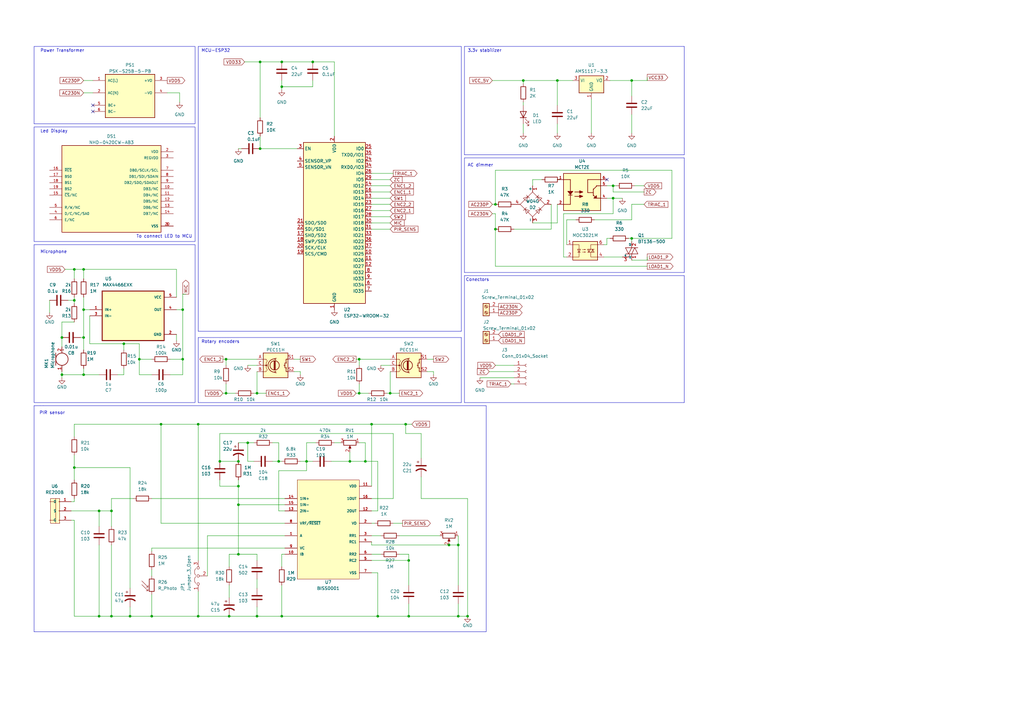
<source format=kicad_sch>
(kicad_sch (version 20230121) (generator eeschema)
  (paper "A3")
  (title_block (title "Home Light System"))
  (junction (at 259.08 97.79))
  (junction (at 106.68 25.4))
  (junction (at 45.72 209.55))
  (junction (at 160.02 161.29))
  (junction (at 154.94 252.73))
  (junction (at 34.29 110.49))
  (junction (at 149.86 189.23))
  (junction (at 93.98 252.73))
  (junction (at 97.79 199.39))
  (junction (at 90.17 189.23))
  (junction (at 34.29 127))
  (junction (at 167.64 229.87))
  (junction (at 147.32 161.29))
  (junction (at 81.28 252.73))
  (junction (at 40.64 209.55))
  (junction (at 105.41 252.73))
  (junction (at 251.46 76.2))
  (junction (at 25.4 138.43))
  (junction (at 34.29 138.43))
  (junction (at 30.48 191.77))
  (junction (at 187.96 252.73))
  (junction (at 101.6 181.61))
  (junction (at 114.3 189.23))
  (junction (at 143.51 189.23))
  (junction (at 259.08 33.02))
  (junction (at 92.71 147.32))
  (junction (at 115.57 252.73))
  (junction (at 81.28 173.99))
  (junction (at 203.2 93.98))
  (junction (at 34.29 153.67))
  (junction (at 53.34 252.73))
  (junction (at 184.15 223.52))
  (junction (at 97.79 189.23))
  (junction (at 74.93 127))
  (junction (at 57.15 147.32))
  (junction (at 167.64 252.73))
  (junction (at 214.63 33.02))
  (junction (at 191.77 252.73))
  (junction (at 166.37 173.99))
  (junction (at 115.57 25.4))
  (junction (at 228.6 33.02))
  (junction (at 115.57 35.56))
  (junction (at 97.79 207.01))
  (junction (at 105.41 161.29))
  (junction (at 25.4 153.67))
  (junction (at 62.23 252.73))
  (junction (at 74.93 147.32))
  (junction (at 152.4 173.99))
  (junction (at 30.48 123.19))
  (junction (at 203.2 83.82))
  (junction (at 66.04 173.99))
  (junction (at 147.32 147.32))
  (junction (at 40.64 252.73))
  (junction (at 92.71 161.29))
  (junction (at 251.46 81.28))
  (junction (at 125.73 189.23))
  (junction (at 187.96 223.52))
  (junction (at 128.27 25.4))
  (junction (at 45.72 252.73))
  (junction (at 106.68 60.96))
  (junction (at 97.79 227.33))
  (junction (at 30.48 110.49))
  (junction (at 50.8 140.97))
  (no_connect (at 38.1 43.18))
  (no_connect (at 248.92 73.66))
  (no_connect (at 38.1 45.72))
  (wire (pts (xy 30.48 132.08) (xy 25.4 132.08)))
  (wire (pts (xy 115.57 35.56) (xy 115.57 36.83)))
  (wire (pts (xy 123.19 152.4) (xy 123.19 153.67)))
  (wire (pts (xy 137.16 25.4) (xy 137.16 55.88)))
  (wire (pts (xy 111.76 189.23) (xy 114.3 189.23)))
  (wire (pts (xy 106.68 25.4) (xy 115.57 25.4)))
  (polyline (pts (xy 280.67 111.76) (xy 190.5 111.76)))
  (wire (pts (xy 26.67 110.49) (xy 30.48 110.49)))
  (wire (pts (xy 128.27 25.4) (xy 137.16 25.4)))
  (wire (pts (xy 232.41 100.33) (xy 232.41 90.17)))
  (wire (pts (xy 129.54 181.61) (xy 125.73 181.61)))
  (polyline (pts (xy 280.67 113.03) (xy 280.67 165.1)))
  (polyline (pts (xy 190.5 19.05) (xy 190.5 63.5)))
  (wire (pts (xy 203.2 87.63) (xy 203.2 93.98)))
  (wire (pts (xy 45.72 223.52) (xy 45.72 252.73)))
  (wire (pts (xy 85.09 219.71) (xy 116.84 219.71)))
  (wire (pts (xy 152.4 86.36) (xy 160.02 86.36)))
  (wire (pts (xy 172.72 195.58) (xy 172.72 204.47)))
  (wire (pts (xy 275.59 69.85) (xy 203.2 69.85)))
  (wire (pts (xy 152.4 91.44) (xy 160.02 91.44)))
  (wire (pts (xy 154.94 209.55) (xy 154.94 189.23)))
  (wire (pts (xy 228.6 50.8) (xy 228.6 54.61)))
  (polyline (pts (xy 190.5 113.03) (xy 190.5 165.1)))
  (wire (pts (xy 93.98 252.73) (xy 105.41 252.73)))
  (wire (pts (xy 30.48 114.3) (xy 30.48 110.49)))
  (wire (pts (xy 45.72 252.73) (xy 40.64 252.73)))
  (wire (pts (xy 152.4 73.66) (xy 160.02 73.66)))
  (polyline (pts (xy 190.5 19.05) (xy 280.67 19.05)))
  (wire (pts (xy 114.3 193.04) (xy 125.73 193.04)))
  (polyline (pts (xy 81.28 138.43) (xy 81.28 165.1)))
  (wire (pts (xy 203.2 93.98) (xy 203.2 109.22)))
  (wire (pts (xy 45.72 209.55) (xy 45.72 204.47)))
  (wire (pts (xy 152.4 227.33) (xy 156.21 227.33)))
  (wire (pts (xy 196.85 154.94) (xy 210.82 154.94)))
  (wire (pts (xy 105.41 237.49) (xy 105.41 241.3)))
  (wire (pts (xy 248.92 97.79) (xy 250.19 97.79)))
  (wire (pts (xy 146.05 161.29) (xy 147.32 161.29)))
  (polyline (pts (xy 189.23 138.43) (xy 189.23 165.1)))
  (wire (pts (xy 106.68 55.88) (xy 106.68 60.96)))
  (wire (pts (xy 115.57 33.02) (xy 115.57 35.56)))
  (wire (pts (xy 265.43 31.75) (xy 265.43 33.02)))
  (polyline (pts (xy 17.78 166.37) (xy 199.39 166.37)))
  (wire (pts (xy 62.23 204.47) (xy 116.84 204.47)))
  (polyline (pts (xy 13.97 259.08) (xy 199.39 259.08)))
  (wire (pts (xy 187.96 247.65) (xy 187.96 252.73)))
  (wire (pts (xy 152.4 81.28) (xy 160.02 81.28)))
  (wire (pts (xy 232.41 105.41) (xy 231.14 105.41)))
  (wire (pts (xy 34.29 153.67) (xy 40.64 153.67)))
  (wire (pts (xy 29.21 209.55) (xy 40.64 209.55)))
  (polyline (pts (xy 280.67 165.1) (xy 190.5 165.1)))
  (polyline (pts (xy 189.23 165.1) (xy 81.28 165.1)))
  (wire (pts (xy 73.66 38.1) (xy 73.66 41.91)))
  (wire (pts (xy 203.2 149.86) (xy 210.82 149.86)))
  (wire (pts (xy 147.32 147.32) (xy 147.32 149.86)))
  (wire (pts (xy 105.41 161.29) (xy 109.22 161.29)))
  (wire (pts (xy 36.83 129.54) (xy 36.83 140.97)))
  (wire (pts (xy 25.4 132.08) (xy 25.4 138.43)))
  (wire (pts (xy 161.29 204.47) (xy 161.29 177.8)))
  (wire (pts (xy 50.8 140.97) (xy 50.8 143.51)))
  (wire (pts (xy 40.64 252.73) (xy 30.48 252.73)))
  (wire (pts (xy 166.37 173.99) (xy 152.4 173.99)))
  (polyline (pts (xy 13.97 166.37) (xy 13.97 259.08)))
  (wire (pts (xy 251.46 78.74) (xy 251.46 76.2)))
  (wire (pts (xy 184.15 223.52) (xy 187.96 223.52)))
  (wire (pts (xy 251.46 87.63) (xy 251.46 81.28)))
  (wire (pts (xy 168.91 173.99) (xy 166.37 173.99)))
  (wire (pts (xy 30.48 205.74) (xy 30.48 204.47)))
  (wire (pts (xy 74.93 120.65) (xy 74.93 127)))
  (wire (pts (xy 120.65 147.32) (xy 123.19 147.32)))
  (wire (pts (xy 152.4 76.2) (xy 160.02 76.2)))
  (wire (pts (xy 72.39 110.49) (xy 72.39 121.92)))
  (wire (pts (xy 161.29 71.12) (xy 152.4 71.12)))
  (wire (pts (xy 149.86 189.23) (xy 143.51 189.23)))
  (wire (pts (xy 259.08 106.68) (xy 265.43 106.68)))
  (wire (pts (xy 228.6 91.44) (xy 218.44 91.44)))
  (wire (pts (xy 111.76 181.61) (xy 114.3 181.61)))
  (wire (pts (xy 62.23 233.68) (xy 62.23 236.22)))
  (wire (pts (xy 149.86 181.61) (xy 149.86 189.23)))
  (wire (pts (xy 53.34 248.92) (xy 53.34 252.73)))
  (wire (pts (xy 242.57 40.64) (xy 242.57 54.61)))
  (wire (pts (xy 251.46 81.28) (xy 255.27 81.28)))
  (wire (pts (xy 68.58 38.1) (xy 73.66 38.1)))
  (wire (pts (xy 30.48 186.69) (xy 30.48 191.77)))
  (wire (pts (xy 53.34 241.3) (xy 53.34 191.77)))
  (wire (pts (xy 128.27 35.56) (xy 128.27 33.02)))
  (wire (pts (xy 160.02 161.29) (xy 163.83 161.29)))
  (wire (pts (xy 25.4 153.67) (xy 25.4 152.4)))
  (wire (pts (xy 147.32 147.32) (xy 160.02 147.32)))
  (wire (pts (xy 161.29 214.63) (xy 165.1 214.63)))
  (wire (pts (xy 91.44 147.32) (xy 92.71 147.32)))
  (wire (pts (xy 125.73 193.04) (xy 125.73 189.23)))
  (wire (pts (xy 115.57 240.03) (xy 115.57 252.73)))
  (wire (pts (xy 34.29 110.49) (xy 72.39 110.49)))
  (wire (pts (xy 147.32 161.29) (xy 151.13 161.29)))
  (wire (pts (xy 81.28 242.57) (xy 81.28 252.73)))
  (wire (pts (xy 175.26 152.4) (xy 177.8 152.4)))
  (wire (pts (xy 156.21 149.86) (xy 160.02 149.86)))
  (wire (pts (xy 152.4 209.55) (xy 154.94 209.55)))
  (wire (pts (xy 200.66 152.4) (xy 210.82 152.4)))
  (wire (pts (xy 50.8 140.97) (xy 57.15 140.97)))
  (wire (pts (xy 243.84 90.17) (xy 259.08 90.17)))
  (wire (pts (xy 146.05 147.32) (xy 147.32 147.32)))
  (wire (pts (xy 147.32 181.61) (xy 149.86 181.61)))
  (wire (pts (xy 34.29 138.43) (xy 34.29 127)))
  (wire (pts (xy 114.3 189.23) (xy 115.57 189.23)))
  (wire (pts (xy 34.29 151.13) (xy 34.29 153.67)))
  (wire (pts (xy 167.64 229.87) (xy 167.64 240.03)))
  (wire (pts (xy 177.8 152.4) (xy 177.8 153.67)))
  (wire (pts (xy 34.29 33.02) (xy 38.1 33.02)))
  (wire (pts (xy 30.48 110.49) (xy 34.29 110.49)))
  (wire (pts (xy 36.83 140.97) (xy 50.8 140.97)))
  (wire (pts (xy 125.73 181.61) (xy 125.73 189.23)))
  (wire (pts (xy 66.04 214.63) (xy 116.84 214.63)))
  (wire (pts (xy 201.93 33.02) (xy 214.63 33.02)))
  (wire (pts (xy 97.79 196.85) (xy 97.79 199.39)))
  (wire (pts (xy 218.44 73.66) (xy 222.25 73.66)))
  (wire (pts (xy 167.64 247.65) (xy 167.64 252.73)))
  (wire (pts (xy 74.93 127) (xy 74.93 147.32)))
  (wire (pts (xy 90.17 177.8) (xy 90.17 189.23)))
  (polyline (pts (xy 13.97 166.37) (xy 16.51 166.37)))
  (wire (pts (xy 33.02 138.43) (xy 34.29 138.43)))
  (wire (pts (xy 214.63 41.91) (xy 214.63 43.18)))
  (wire (pts (xy 228.6 33.02) (xy 228.6 43.18)))
  (polyline (pts (xy 280.67 63.5) (xy 190.5 63.5)))
  (wire (pts (xy 120.65 152.4) (xy 123.19 152.4)))
  (wire (pts (xy 163.83 227.33) (xy 167.64 227.33)))
  (wire (pts (xy 97.79 207.01) (xy 116.84 207.01)))
  (wire (pts (xy 143.51 189.23) (xy 143.51 185.42)))
  (wire (pts (xy 152.4 88.9) (xy 160.02 88.9)))
  (wire (pts (xy 50.8 153.67) (xy 50.8 151.13)))
  (polyline (pts (xy 199.39 259.08) (xy 199.39 166.37)))
  (wire (pts (xy 81.28 173.99) (xy 81.28 229.87)))
  (wire (pts (xy 34.29 127) (xy 36.83 127)))
  (wire (pts (xy 29.21 205.74) (xy 30.48 205.74)))
  (wire (pts (xy 259.08 99.06) (xy 259.08 97.79)))
  (wire (pts (xy 152.4 93.98) (xy 160.02 93.98)))
  (wire (pts (xy 137.16 181.61) (xy 139.7 181.61)))
  (wire (pts (xy 45.72 204.47) (xy 54.61 204.47)))
  (wire (pts (xy 101.6 181.61) (xy 101.6 189.23)))
  (wire (pts (xy 203.2 69.85) (xy 203.2 83.82)))
  (wire (pts (xy 226.06 93.98) (xy 226.06 83.82)))
  (wire (pts (xy 100.33 25.4) (xy 106.68 25.4)))
  (wire (pts (xy 85.09 236.22) (xy 85.09 219.71)))
  (wire (pts (xy 93.98 240.03) (xy 93.98 245.11)))
  (wire (pts (xy 172.72 187.96) (xy 172.72 177.8)))
  (wire (pts (xy 48.26 153.67) (xy 50.8 153.67)))
  (wire (pts (xy 34.29 38.1) (xy 38.1 38.1)))
  (wire (pts (xy 116.84 209.55) (xy 114.3 209.55)))
  (wire (pts (xy 232.41 90.17) (xy 236.22 90.17)))
  (wire (pts (xy 218.44 76.2) (xy 218.44 73.66)))
  (wire (pts (xy 81.28 252.73) (xy 93.98 252.73)))
  (wire (pts (xy 97.79 199.39) (xy 97.79 207.01)))
  (wire (pts (xy 209.55 157.48) (xy 210.82 157.48)))
  (wire (pts (xy 152.4 173.99) (xy 152.4 199.39)))
  (wire (pts (xy 92.71 157.48) (xy 92.71 161.29)))
  (wire (pts (xy 210.82 93.98) (xy 226.06 93.98)))
  (wire (pts (xy 116.84 224.79) (xy 62.23 224.79)))
  (wire (pts (xy 90.17 196.85) (xy 90.17 199.39)))
  (wire (pts (xy 152.4 219.71) (xy 156.21 219.71)))
  (wire (pts (xy 114.3 209.55) (xy 114.3 193.04)))
  (wire (pts (xy 123.19 189.23) (xy 125.73 189.23)))
  (wire (pts (xy 248.92 81.28) (xy 251.46 81.28)))
  (polyline (pts (xy 280.67 19.05) (xy 280.67 63.5)))
  (polyline (pts (xy 280.67 64.77) (xy 280.67 111.76)))
  (wire (pts (xy 152.4 204.47) (xy 161.29 204.47)))
  (wire (pts (xy 90.17 189.23) (xy 97.79 189.23)))
  (wire (pts (xy 147.32 157.48) (xy 147.32 161.29)))
  (wire (pts (xy 92.71 161.29) (xy 96.52 161.29)))
  (wire (pts (xy 167.64 252.73) (xy 187.96 252.73)))
  (wire (pts (xy 34.29 121.92) (xy 34.29 127)))
  (polyline (pts (xy 190.5 113.03) (xy 280.67 113.03)))
  (wire (pts (xy 101.6 181.61) (xy 104.14 181.61)))
  (polyline (pts (xy 81.28 138.43) (xy 189.23 138.43)))
  (wire (pts (xy 69.85 147.32) (xy 74.93 147.32)))
  (wire (pts (xy 115.57 227.33) (xy 115.57 232.41)))
  (wire (pts (xy 93.98 227.33) (xy 97.79 227.33)))
  (wire (pts (xy 62.23 252.73) (xy 53.34 252.73)))
  (wire (pts (xy 259.08 54.61) (xy 259.08 46.99)))
  (wire (pts (xy 259.08 90.17) (xy 259.08 83.82)))
  (wire (pts (xy 30.48 123.19) (xy 30.48 124.46)))
  (wire (pts (xy 30.48 252.73) (xy 30.48 213.36)))
  (wire (pts (xy 257.81 97.79) (xy 259.08 97.79)))
  (wire (pts (xy 166.37 177.8) (xy 166.37 173.99)))
  (wire (pts (xy 27.94 123.19) (xy 30.48 123.19)))
  (wire (pts (xy 74.93 120.65) (xy 76.2 120.65)))
  (wire (pts (xy 248.92 76.2) (xy 251.46 76.2)))
  (wire (pts (xy 72.39 137.16) (xy 72.39 139.7)))
  (wire (pts (xy 115.57 252.73) (xy 154.94 252.73)))
  (wire (pts (xy 250.19 33.02) (xy 259.08 33.02)))
  (wire (pts (xy 114.3 181.61) (xy 114.3 189.23)))
  (wire (pts (xy 264.16 78.74) (xy 251.46 78.74)))
  (wire (pts (xy 106.68 60.96) (xy 121.92 60.96)))
  (wire (pts (xy 115.57 25.4) (xy 128.27 25.4)))
  (wire (pts (xy 66.04 173.99) (xy 30.48 173.99)))
  (wire (pts (xy 45.72 209.55) (xy 45.72 215.9)))
  (wire (pts (xy 125.73 189.23) (xy 128.27 189.23)))
  (wire (pts (xy 57.15 147.32) (xy 62.23 147.32)))
  (wire (pts (xy 251.46 76.2) (xy 252.73 76.2)))
  (wire (pts (xy 154.94 189.23) (xy 149.86 189.23)))
  (wire (pts (xy 175.26 147.32) (xy 177.8 147.32)))
  (wire (pts (xy 105.41 229.87) (xy 105.41 227.33)))
  (wire (pts (xy 152.4 83.82) (xy 160.02 83.82)))
  (wire (pts (xy 90.17 199.39) (xy 97.79 199.39)))
  (wire (pts (xy 214.63 33.02) (xy 214.63 34.29)))
  (wire (pts (xy 229.87 73.66) (xy 228.6 73.66)))
  (wire (pts (xy 106.68 25.4) (xy 106.68 48.26)))
  (wire (pts (xy 93.98 232.41) (xy 93.98 227.33)))
  (wire (pts (xy 160.02 152.4) (xy 160.02 161.29)))
  (wire (pts (xy 92.71 147.32) (xy 92.71 149.86)))
  (wire (pts (xy 154.94 234.95) (xy 154.94 252.73)))
  (wire (pts (xy 69.85 153.67) (xy 74.93 153.67)))
  (wire (pts (xy 231.14 105.41) (xy 231.14 87.63)))
  (wire (pts (xy 105.41 248.92) (xy 105.41 252.73)))
  (wire (pts (xy 25.4 154.94) (xy 25.4 153.67)))
  (wire (pts (xy 91.44 161.29) (xy 92.71 161.29)))
  (wire (pts (xy 81.28 173.99) (xy 66.04 173.99)))
  (wire (pts (xy 158.75 161.29) (xy 160.02 161.29)))
  (wire (pts (xy 259.08 97.79) (xy 275.59 97.79)))
  (wire (pts (xy 214.63 50.8) (xy 214.63 54.61)))
  (polyline (pts (xy 16.51 166.37) (xy 17.78 166.37)))
  (wire (pts (xy 97.79 181.61) (xy 101.6 181.61)))
  (wire (pts (xy 248.92 100.33) (xy 247.65 100.33)))
  (wire (pts (xy 97.79 227.33) (xy 105.41 227.33)))
  (wire (pts (xy 152.4 229.87) (xy 167.64 229.87)))
  (wire (pts (xy 53.34 252.73) (xy 45.72 252.73)))
  (wire (pts (xy 62.23 252.73) (xy 81.28 252.73)))
  (wire (pts (xy 62.23 153.67) (xy 57.15 153.67)))
  (wire (pts (xy 40.64 209.55) (xy 45.72 209.55)))
  (wire (pts (xy 275.59 97.79) (xy 275.59 69.85)))
  (wire (pts (xy 104.14 161.29) (xy 105.41 161.29)))
  (wire (pts (xy 152.4 234.95) (xy 154.94 234.95)))
  (wire (pts (xy 259.08 83.82) (xy 264.16 83.82)))
  (wire (pts (xy 92.71 147.32) (xy 105.41 147.32)))
  (wire (pts (xy 62.23 243.84) (xy 62.23 252.73)))
  (wire (pts (xy 201.93 83.82) (xy 203.2 83.82)))
  (wire (pts (xy 62.23 224.79) (xy 62.23 226.06)))
  (wire (pts (xy 152.4 214.63) (xy 153.67 214.63)))
  (wire (pts (xy 172.72 177.8) (xy 166.37 177.8)))
  (wire (pts (xy 135.89 189.23) (xy 143.51 189.23)))
  (wire (pts (xy 260.35 76.2) (xy 264.16 76.2)))
  (wire (pts (xy 191.77 204.47) (xy 191.77 252.73)))
  (wire (pts (xy 152.4 78.74) (xy 160.02 78.74)))
  (wire (pts (xy 248.92 97.79) (xy 248.92 100.33)))
  (wire (pts (xy 163.83 219.71) (xy 180.34 219.71)))
  (wire (pts (xy 152.4 223.52) (xy 152.4 222.25)))
  (wire (pts (xy 97.79 60.96) (xy 99.06 60.96)))
  (wire (pts (xy 101.6 189.23) (xy 104.14 189.23)))
  (wire (pts (xy 228.6 33.02) (xy 234.95 33.02)))
  (wire (pts (xy 161.29 177.8) (xy 90.17 177.8)))
  (wire (pts (xy 57.15 140.97) (xy 57.15 147.32)))
  (wire (pts (xy 30.48 173.99) (xy 30.48 179.07)))
  (wire (pts (xy 30.48 213.36) (xy 29.21 213.36)))
  (wire (pts (xy 30.48 121.92) (xy 30.48 123.19)))
  (polyline (pts (xy 190.5 64.77) (xy 280.67 64.77)))
  (wire (pts (xy 116.84 227.33) (xy 115.57 227.33)))
  (wire (pts (xy 115.57 35.56) (xy 128.27 35.56)))
  (wire (pts (xy 30.48 191.77) (xy 30.48 196.85)))
  (wire (pts (xy 74.93 127) (xy 72.39 127)))
  (wire (pts (xy 40.64 223.52) (xy 40.64 252.73)))
  (wire (pts (xy 34.29 143.51) (xy 34.29 138.43)))
  (wire (pts (xy 255.27 105.41) (xy 247.65 105.41)))
  (wire (pts (xy 40.64 209.55) (xy 40.64 215.9)))
  (wire (pts (xy 214.63 33.02) (xy 228.6 33.02)))
  (wire (pts (xy 34.29 110.49) (xy 34.29 114.3)))
  (wire (pts (xy 101.6 149.86) (xy 105.41 149.86)))
  (wire (pts (xy 53.34 191.77) (xy 30.48 191.77)))
  (wire (pts (xy 66.04 173.99) (xy 66.04 214.63)))
  (wire (pts (xy 81.28 173.99) (xy 152.4 173.99)))
  (wire (pts (xy 105.41 252.73) (xy 115.57 252.73)))
  (wire (pts (xy 265.43 106.68) (xy 265.43 105.41)))
  (wire (pts (xy 228.6 83.82) (xy 228.6 91.44)))
  (wire (pts (xy 172.72 204.47) (xy 191.77 204.47)))
  (wire (pts (xy 97.79 207.01) (xy 97.79 227.33)))
  (wire (pts (xy 187.96 252.73) (xy 191.77 252.73)))
  (wire (pts (xy 74.93 147.32) (xy 74.93 153.67)))
  (wire (pts (xy 167.64 227.33) (xy 167.64 229.87)))
  (wire (pts (xy 20.32 123.19) (xy 20.32 128.27)))
  (wire (pts (xy 187.96 219.71) (xy 187.96 223.52)))
  (wire (pts (xy 25.4 153.67) (xy 34.29 153.67)))
  (wire (pts (xy 203.2 109.22) (xy 265.43 109.22)))
  (wire (pts (xy 265.43 33.02) (xy 259.08 33.02)))
  (wire (pts (xy 187.96 223.52) (xy 187.96 240.03)))
  (polyline (pts (xy 190.5 64.77) (xy 190.5 111.76)))
  (wire (pts (xy 231.14 87.63) (xy 251.46 87.63)))
  (wire (pts (xy 154.94 252.73) (xy 167.64 252.73)))
  (wire (pts (xy 25.4 138.43) (xy 25.4 142.24)))
  (wire (pts (xy 152.4 223.52) (xy 184.15 223.52)))
  (wire (pts (xy 105.41 152.4) (xy 105.41 161.29)))
  (wire (pts (xy 259.08 33.02) (xy 259.08 39.37)))
  (wire (pts (xy 57.15 147.32) (xy 57.15 153.67)))
  (wire (pts (xy 201.93 87.63) (xy 203.2 87.63)))
  (rectangle (start 13.97 52.07) (end 80.01 99.06))
  (rectangle (start 81.28 19.05) (end 189.23 135.89))
  (rectangle (start 13.97 100.33) (end 80.01 165.1))
  (rectangle (start 13.97 19.05) (end 80.01 50.8))
  (text "Led Display" (at 16.51 54.61 0) (effects (font (size 1.27 1.27)) (justify left bottom)))
  (text "Microphone\n" (at 16.51 104.14 0) (effects (font (size 1.27 1.27)) (justify left bottom)))
  (text "Rotary encoders" (at 82.55 140.97 0) (effects (font (size 1.27 1.27)) (justify left bottom)))
  (text "AC dimmer" (at 191.77 68.58 0) (effects (font (size 1.27 1.27)) (justify left bottom)))
  (text "3.3v stabilizer\n" (at 191.77 21.59 0) (effects (font (size 1.27 1.27)) (justify left bottom)))
  (text "PIR sensor" (at 26.67 170.18 0) (effects (font (size 1.27 1.27)) (justify right bottom)))
  (text "Conectors" (at 200.66 115.57 0) (effects (font (size 1.27 1.27)) (justify right bottom)))
  (text "Power Transformer" (at 16.51 21.59 0) (effects (font (size 1.27 1.27)) (justify left bottom)))
  (text "To connect LED to MCU" (at 55.88 97.79 0) (effects (font (size 1.27 1.27)) (justify left bottom)))
  (text "MCU-ESP32" (at 82.55 21.59 0) (effects (font (size 1.27 1.27)) (justify left bottom)))
  (global_label "VDD5" (shape input) (at 203.2 149.86 180) (property "Intersheetrefs" "${INTERSHEET_REFS}" (effects hide)))
  (global_label "ZC" (shape output) (at 264.16 78.74 0) (property "Intersheetrefs" "${INTERSHEET_REFS}" (effects hide)))
  (global_label "ZC" (shape input) (at 200.66 152.4 180) (property "Intersheetrefs" "${INTERSHEET_REFS}" (effects hide)))
  (global_label "TRIAC_1" (shape input) (at 209.55 157.48 180) (property "Intersheetrefs" "${INTERSHEET_REFS}" (effects hide)))
  (global_label "MIC" (shape output) (at 76.2 120.65 90) (property "Intersheetrefs" "${INTERSHEET_REFS}" (effects hide)))
  (global_label "PIR_SENS" (shape input) (at 160.02 93.98 0) (property "Intersheetrefs" "${INTERSHEET_REFS}" (effects hide)))
  (global_label "AC230P" (shape input) (at 34.29 33.02 180) (property "Intersheetrefs" "${INTERSHEET_REFS}" (effects hide)))
  (global_label "SW1" (shape output) (at 123.19 147.32 0) (property "Intersheetrefs" "${INTERSHEET_REFS}" (effects hide)))
  (global_label "AC230N" (shape input) (at 201.93 87.63 180) (property "Intersheetrefs" "${INTERSHEET_REFS}" (effects hide)))
  (global_label "ENC1_1" (shape output) (at 109.22 161.29 0) (property "Intersheetrefs" "${INTERSHEET_REFS}" (effects hide)))
  (global_label "MIC" (shape input) (at 160.02 91.44 0) (property "Intersheetrefs" "${INTERSHEET_REFS}" (effects hide)))
  (global_label "SW2" (shape input) (at 160.02 88.9 0) (property "Intersheetrefs" "${INTERSHEET_REFS}" (effects hide)))
  (global_label "AC230P" (shape output) (at 204.47 128.27 0) (property "Intersheetrefs" "${INTERSHEET_REFS}" (effects hide)))
  (global_label "VDD5" (shape input) (at 168.91 173.99 0) (property "Intersheetrefs" "${INTERSHEET_REFS}" (effects hide)))
  (global_label "VDD5" (shape input) (at 146.05 161.29 180) (property "Intersheetrefs" "${INTERSHEET_REFS}" (effects hide)))
  (global_label "VCC33" (shape output) (at 265.43 31.75 0) (property "Intersheetrefs" "${INTERSHEET_REFS}" (effects hide)))
  (global_label "ENC1_1" (shape input) (at 160.02 78.74 0) (property "Intersheetrefs" "${INTERSHEET_REFS}" (effects hide)))
  (global_label "VDD5" (shape input) (at 26.67 110.49 180) (property "Intersheetrefs" "${INTERSHEET_REFS}" (effects hide)))
  (global_label "VDD5" (shape output) (at 68.58 33.02 0) (property "Intersheetrefs" "${INTERSHEET_REFS}" (effects hide)))
  (global_label "VDD33" (shape input) (at 100.33 25.4 180) (property "Intersheetrefs" "${INTERSHEET_REFS}" (effects hide)))
  (global_label "SW2" (shape output) (at 177.8 147.32 0) (property "Intersheetrefs" "${INTERSHEET_REFS}" (effects hide)))
  (global_label "VDD5" (shape input) (at 91.44 161.29 180) (property "Intersheetrefs" "${INTERSHEET_REFS}" (effects hide)))
  (global_label "PIR_SENS" (shape output) (at 165.1 214.63 0) (property "Intersheetrefs" "${INTERSHEET_REFS}" (effects hide)))
  (global_label "AC230N" (shape output) (at 204.47 125.73 0) (property "Intersheetrefs" "${INTERSHEET_REFS}" (effects hide)))
  (global_label "ENC1_2" (shape output) (at 91.44 147.32 180) (property "Intersheetrefs" "${INTERSHEET_REFS}" (effects hide)))
  (global_label "SW1" (shape input) (at 160.02 81.28 0) (property "Intersheetrefs" "${INTERSHEET_REFS}" (effects hide)))
  (global_label "LOAD1_N" (shape output) (at 265.43 109.22 0) (property "Intersheetrefs" "${INTERSHEET_REFS}" (effects hide)))
  (global_label "ENC2_1" (shape input) (at 160.02 86.36 0) (property "Intersheetrefs" "${INTERSHEET_REFS}" (effects hide)))
  (global_label "LOAD1_P" (shape output) (at 265.43 105.41 0) (property "Intersheetrefs" "${INTERSHEET_REFS}" (effects hide)))
  (global_label "ENC1_2" (shape input) (at 160.02 76.2 0) (property "Intersheetrefs" "${INTERSHEET_REFS}" (effects hide)))
  (global_label "TRIAC_1" (shape output) (at 161.29 71.12 0) (property "Intersheetrefs" "${INTERSHEET_REFS}" (effects hide)))
  (global_label "LOAD1_N" (shape input) (at 204.47 139.7 0) (property "Intersheetrefs" "${INTERSHEET_REFS}" (effects hide)))
  (global_label "AC230N" (shape input) (at 34.29 38.1 180) (property "Intersheetrefs" "${INTERSHEET_REFS}" (effects hide)))
  (global_label "VDD5" (shape input) (at 264.16 76.2 0) (property "Intersheetrefs" "${INTERSHEET_REFS}" (effects hide)))
  (global_label "LOAD1_P" (shape input) (at 204.47 137.16 0) (property "Intersheetrefs" "${INTERSHEET_REFS}" (effects hide)))
  (global_label "TRIAC_1" (shape input) (at 264.16 83.82 0) (property "Intersheetrefs" "${INTERSHEET_REFS}" (effects hide)))
  (global_label "AC230P" (shape input) (at 201.93 83.82 180) (property "Intersheetrefs" "${INTERSHEET_REFS}" (effects hide)))
  (global_label "VCC_5V" (shape input) (at 201.93 33.02 180) (property "Intersheetrefs" "${INTERSHEET_REFS}" (effects hide)))
  (global_label "ENC2_2" (shape input) (at 160.02 83.82 0) (property "Intersheetrefs" "${INTERSHEET_REFS}" (effects hide)))
  (global_label "ENC2_2" (shape output) (at 146.05 147.32 180) (property "Intersheetrefs" "${INTERSHEET_REFS}" (effects hide)))
  (global_label "ZC" (shape input) (at 160.02 73.66 0) (property "Intersheetrefs" "${INTERSHEET_REFS}" (effects hide)))
  (global_label "ENC2_1" (shape output) (at 163.83 161.29 0) (property "Intersheetrefs" "${INTERSHEET_REFS}" (effects hide)))
  (symbol (lib_id "Device:R") (at 30.48 182.88 0) (unit 1)
    (property "Reference" "R21" (at 33.02 181.61 0) (effects (justify left)))
    (property "Value" "10k" (at 33.02 184.15 0) (effects (justify left)))
    (property "Footprint" "Resistor_10k:RES_CFR25_TYCO_TYC" (effects hide))
  )
  (symbol (lib_id "Device:R") (at 30.48 118.11 180) (unit 1)
    (property "Reference" "R16" (at 29.21 119.38 0) (effects (justify left)))
    (property "Value" "2k" (at 29.21 116.84 0) (effects (justify left)))
    (property "Footprint" "Resistor_2k:RES_TYCO_YR1_TYC" (effects hide))
  )
  (symbol (lib_id "Device:R") (at 207.01 93.98 90) (unit 1)
    (property "Reference" "R4" (at 207.01 87.63 90))
    (property "Value" "47K" (at 207.01 90.17 90))
    (property "Footprint" "Resistor_47k:RES_CFR50_TYCO_TYC" (effects hide))
  )
  (symbol (lib_id "Device:R") (at 107.95 181.61 270) (unit 1)
    (property "Reference" "R32" (at 107.95 179.07 90))
    (property "Value" "2k" (at 107.95 176.53 90))
    (property "Footprint" "Resistor_2k:RES_TYCO_YR1_TYC" (effects hide))
  )
  (symbol (lib_id "Device:R") (at 30.48 128.27 180) (unit 1)
    (property "Reference" "R13" (at 29.21 129.54 0) (effects (justify left)))
    (property "Value" "2k" (at 29.21 127 0) (effects (justify left)))
    (property "Footprint" "Resistor_2k:RES_TYCO_YR1_TYC" (effects hide))
  )
  (symbol (lib_id "Device:R") (at 30.48 200.66 0) (unit 1)
    (property "Reference" "R20" (at 33.02 199.39 0) (effects (justify left)))
    (property "Value" "18k" (at 33.02 201.93 0) (effects (justify left)))
    (property "Footprint" "Resistor_18k:RES0603_CRG_TYCO_TYC" (effects hide))
  )
  (symbol (lib_id "Device:R") (at 93.98 236.22 0) (unit 1)
    (property "Reference" "R30" (at 90.17 234.95 0))
    (property "Value" "18k" (at 90.17 237.49 0))
    (property "Footprint" "Resistor_18k:RES0603_CRG_TYCO_TYC" (effects hide))
  )
  (symbol (lib_id "Jumper:Jumper_3_Open") (at 81.28 236.22 90) (unit 1)
    (property "Reference" "JP1" (at 74.93 242.57 0) (effects (justify left)))
    (property "Value" "Jumper_3_Open" (at 77.47 242.57 0) (effects (justify left)))
  )
  (symbol (lib_id "Device:R") (at 34.29 118.11 0) (unit 1)
    (property "Reference" "R17" (at 36.83 116.84 0) (effects (justify left)))
    (property "Value" "1M" (at 36.83 119.38 0) (effects (justify left)))
    (property "Footprint" "Resistor_1M:RES0805_CRG_TYCO_TYC" (effects hide))
  )
  (symbol (lib_id "Device:C") (at 105.41 245.11 0) (unit 1)
    (property "Reference" "C13" (at 97.79 243.84 0) (effects (justify left)))
    (property "Value" "103" (at 97.79 246.38 0) (effects (justify left)))
  )
  (symbol (lib_id "Device:R_Potentiometer") (at 143.51 181.61 270) (unit 1)
    (property "Reference" "RV1" (at 143.51 176.53 90))
    (property "Value" "1M" (at 143.51 179.07 90))
    (property "Footprint" "Resistor_1M:RES0805_CRG_TYCO_TYC" (effects hide))
  )
  (symbol (lib_id "power:GND") (at 137.16 127 0) (unit 1)
    (property "Reference" "#PWR05" (effects hide))
    (property "Value" "GND" (at 137.16 132.08 0))
  )
  (symbol (lib_id "Device:R") (at 214.63 38.1 0) (unit 1)
    (property "Reference" "R1" (at 217.17 36.83 0) (effects (justify left)))
    (property "Value" "2K" (at 217.17 39.37 0) (effects (justify left)))
    (property "Footprint" "Resistor_2k:RES_TYCO_YR1_TYC" (effects hide))
  )
  (symbol (lib_id "Device:C") (at 44.45 153.67 90) (unit 1)
    (property "Reference" "C7" (at 44.45 160.02 90))
    (property "Value" "1u" (at 44.45 157.48 90))
    (property "Footprint" "Capacitor_1uF:CAP_BFC237012105_VIS" (effects hide))
  )
  (symbol (lib_id "power:GND") (at 156.21 149.86 0) (unit 1)
    (property "Reference" "#PWR012" (effects hide))
    (property "Value" "GND" (at 152.4 151.13 0))
  )
  (symbol (lib_id "Device:C") (at 187.96 243.84 0) (unit 1)
    (property "Reference" "C12" (at 180.34 242.57 0) (effects (justify left)))
    (property "Value" "103" (at 180.34 245.11 0) (effects (justify left)))
  )
  (symbol (lib_id "power:GND") (at 72.39 139.7 0) (unit 1)
    (property "Reference" "#PWR015" (effects hide))
    (property "Value" "GND" (at 72.39 143.51 0))
  )
  (symbol (lib_id "Device:R") (at 256.54 76.2 90) (unit 1)
    (property "Reference" "R5" (at 256.54 69.85 90))
    (property "Value" "10K" (at 256.54 72.39 90))
    (property "Footprint" "Resistor_10k:RES_CFR25_TYCO_TYC" (effects hide))
  )
  (symbol (lib_id "Device:R") (at 119.38 189.23 270) (unit 1)
    (property "Reference" "R33" (at 119.38 186.69 90))
    (property "Value" "6.8k" (at 119.38 184.15 90))
    (property "Footprint" "Resistor_6_8k:RES_ROX1S_TYCO_TYC" (effects hide))
  )
  (symbol (lib_id "Diode_Bridge:W04G") (at 218.44 83.82 90) (unit 1)
    (property "Reference" "D2" (at 218.44 85.09 90))
    (property "Value" "W04G" (at 218.44 82.55 90))
    (property "Footprint" "Diode_THT:Diode_Bridge_Round_D9.8mm" (effects hide))
    (property "Datasheet" "https://www.vishay.com/docs/88769/woo5g.pdf" (effects hide))
  )
  (symbol (lib_id "NHD-0420CW-AB3:NHD-0420CW-AB3") (at 45.72 77.47 0) (unit 1)
    (property "Reference" "DS1" (at 45.72 55.88 0))
    (property "Value" "NHD-0420CW-AB3" (at 45.72 58.42 0))
    (property "Footprint" "NHD-0420CW-AB3:LCD_NHD-0420CW-AB3" (effects hide))
    (property "SnapEDA_Link" "https://www.snapeda.com/parts/NHD-0420CW-AB3/Newhaven+Display+Intl/view-part/?ref=snap" (effects hide))
    (property "MAXIMUM_PACKAGE_HEIGHT" "7 mm" (effects hide))
    (property "Package" "None" (effects hide))
    (property "RS_Components_70518327_Purchase_URL" "https://www.snapeda.com/api/url_track_click/https%253A//us.rs-online.com/product/newhaven-display-international/nhd-0420cw-ab3/70518327/%253Futm_source%253DSnapEDA%2526utm_medium%253Dpart_sourcing%2526utm_campaign%253Dpartsourcing_SnapEDA_IMP_EX_GR/?unipart_id=1161384&manufacturer=Newhaven Display&part_name=NHD-0420CW-AB3&search_term=display 4x20" (effects hide))
    (property "Check_prices" "https://www.snapeda.com/parts/NHD-0420CW-AB3/Newhaven+Display+Intl/view-part/?ref=eda" (effects hide))
    (property "STANDARD" "Manufacturer Recommendation" (effects hide))
    (property "PARTREV" "5" (effects hide))
    (property "MF" "Newhaven Display" (effects hide))
    (property "MP" "NHD-0420CW-AB3" (effects hide))
    (property "Description" "\nCharacter OLED;4x20;920x31.5;Char OLED Module;Blue;4/8-bit Parallel, SPI, I2C | Newhaven Display International NHD-0420CW-AB3\n" (effects hide))
    (property "MANUFACTURER" "Newhaven Display Intl" (effects hide))
  )
  (symbol (lib_id "RF_Module:ESP32-WROOM-32") (at 137.16 91.44 0) (unit 1)
    (property "Reference" "U2" (at 140.97 127 0) (effects (justify left)))
    (property "Value" "ESP32-WROOM-32" (at 140.97 129.54 0) (effects (justify left)))
    (property "Footprint" "RF_Module:ESP32-WROOM-32D" (effects hide))
    (property "Datasheet" "https://www.espressif.com/sites/default/files/documentation/esp32-wroom-32_datasheet_en.pdf" (effects hide))
  )
  (symbol (lib_id "Device:C") (at 128.27 29.21 0) (unit 1)
    (property "Reference" "C5" (at 132.08 27.94 0) (effects (justify left)))
    (property "Value" "0.1uF" (at 132.08 30.48 0) (effects (justify left)))
    (property "Footprint" "Capacitor_0_1uF:CAP_BFC233814104_VIS" (effects hide))
  )
  (symbol (lib_id "Device:C") (at 40.64 219.71 0) (unit 1)
    (property "Reference" "C10" (at 33.02 218.44 0) (effects (justify left)))
    (property "Value" "103" (at 33.02 220.98 0) (effects (justify left)))
  )
  (symbol (lib_id "Device:R") (at 58.42 204.47 90) (unit 1)
    (property "Reference" "R24" (at 58.42 198.12 90))
    (property "Value" "18k" (at 58.42 200.66 90))
    (property "Footprint" "Resistor_18k:RES0603_CRG_TYCO_TYC" (effects hide))
  )
  (symbol (lib_id "Device:RotaryEncoder_Switch") (at 113.03 149.86 0) (unit 1)
    (property "Reference" "SW1" (at 113.03 140.97 0))
    (property "Value" "PEC11H" (at 113.03 143.51 0))
    (property "Footprint" "PEC11H_RE:PEC11H4025FS0016" (effects hide))
  )
  (symbol (lib_id "Device:C") (at 90.17 193.04 0) (unit 1)
    (property "Reference" "C16" (at 82.55 191.77 0) (effects (justify left)))
    (property "Value" "103" (at 82.55 194.31 0) (effects (justify left)))
  )
  (symbol (lib_id "power:GND") (at 259.08 54.61 0) (unit 1)
    (property "Reference" "#PWR04" (effects hide))
    (property "Value" "GND" (at 259.08 59.69 0))
  )
  (symbol (lib_id "Device:R") (at 254 97.79 90) (unit 1)
    (property "Reference" "R6" (at 254 91.44 90))
    (property "Value" "330" (at 254 93.98 90))
    (property "Footprint" "Resistor_330:RES_LR1_TYCO_TYC" (effects hide))
  )
  (symbol (lib_id "Device:C") (at 228.6 46.99 0) (unit 1)
    (property "Reference" "C1" (at 232.41 45.72 0) (effects (justify left)))
    (property "Value" "22uF" (at 232.41 48.26 0) (effects (justify left)))
    (property "Footprint" "Capacitor_22uF:PCAP_125x25_PAN" (effects hide))
  )
  (symbol (lib_id "Device:RotaryEncoder_Switch") (at 167.64 149.86 0) (unit 1)
    (property "Reference" "SW2" (at 167.64 140.97 0))
    (property "Value" "PEC11H" (at 167.64 143.51 0))
    (property "Footprint" "PEC11H_RE:PEC11H4025FS0016" (effects hide))
  )
  (symbol (lib_id "Device:LED") (at 214.63 46.99 90) (unit 1)
    (property "Reference" "D1" (at 218.44 47.3075 90) (effects (justify right)))
    (property "Value" "LED" (at 218.44 49.8475 90) (effects (justify right)))
    (property "Footprint" "Red_LED:LED_SSL-LX30_T-3_LUM" (effects hide))
  )
  (symbol (lib_id "Device:R_Photo") (at 62.23 240.03 0) (unit 1)
    (property "Reference" "R26" (at 64.77 238.76 0) (effects (justify left)))
    (property "Value" "R_Photo" (at 64.77 241.3 0) (effects (justify left)))
    (property "Footprint" "Photoresistor:LDR1_NTE" (effects hide))
  )
  (symbol (lib_id "Device:R") (at 34.29 147.32 0) (unit 1)
    (property "Reference" "R19" (at 35.56 144.78 0) (effects (justify left)))
    (property "Value" "1M" (at 35.56 147.32 0) (effects (justify left)))
    (property "Footprint" "Resistor_1M:RES0805_CRG_TYCO_TYC" (effects hide))
  )
  (symbol (lib_id "MCT2E:MCT2E") (at 238.76 78.74 0) (unit 1)
    (property "Reference" "U4" (at 238.76 66.04 0))
    (property "Value" "MCT2E" (at 238.76 68.58 0))
    (property "Footprint" "MCT2E:DIP762W50P254L742H480Q6" (effects hide))
    (property "B_NOM" "0.5" (effects hide))
    (property "D_MAX" "7.42" (effects hide))
    (property "E1_NOM" "6.5" (effects hide))
    (property "E1_MIN" "6.2" (effects hide))
    (property "B_MAX" "0.6" (effects hide))
    (property "Description" "\nOptoisolator Transistor with Base Output 5300Vrms 1 Channel 6-DIP\n" (effects hide))
    (property "Price" "None" (effects hide))
    (property "ENOM" "2.54" (effects hide))
    (property "D_NOM" "7.12" (effects hide))
    (property "Purchase-URL" "https://www.snapeda.com/api/url_track_click_mouser/?unipart_id=2734202&manufacturer=ON Semiconductor&part_name=MCT2E&search_term=None" (effects hide))
    (property "A_MAX" "4.8" (effects hide))
    (property "Package" "DIP-6 Boca Semiconductor" (effects hide))
    (property "A_NOM" "4.8" (effects hide))
    (property "Check_prices" "https://www.snapeda.com/parts/MCT2E/Onsemi/view-part/?ref=eda" (effects hide))
    (property "A_MIN" "4.8" (effects hide))
    (property "STANDARD" "IPC 7351B" (effects hide))
    (property "PARTREV" "7" (effects hide))
    (property "SnapEDA_Link" "https://www.snapeda.com/parts/MCT2E/Onsemi/view-part/?ref=snap" (effects hide))
    (property "E_NOM" "7.62" (effects hide))
    (property "B_MIN" "0.4" (effects hide))
    (property "PIN_COUNT" "6.0" (effects hide))
    (property "MANUFACTURER" "Everlight" (effects hide))
    (property "MF" "ON Semiconductor" (effects hide))
    (property "MAXIMUM_PACKAGE_HEIGHT" "4.80mm" (effects hide))
    (property "E1_MAX" "6.8" (effects hide))
    (property "D_MIN" "6.82" (effects hide))
    (property "MP" "MCT2E" (effects hide))
    (property "Availability" "In Stock" (effects hide))
  )
  (symbol (lib_id "Device:R") (at 240.03 90.17 90) (unit 1)
    (property "Reference" "R8" (at 240.03 83.82 90))
    (property "Value" "330" (at 240.03 86.36 90))
    (property "Footprint" "Resistor_330:RES_LR1_TYCO_TYC" (effects hide))
  )
  (symbol (lib_id "power:GND") (at 115.57 36.83 0) (unit 1)
    (property "Reference" "#PWR07" (effects hide))
    (property "Value" "GND" (at 115.57 41.91 0))
  )
  (symbol (lib_id "Device:R") (at 106.68 52.07 0) (unit 1)
    (property "Reference" "R2" (at 109.22 50.8 0) (effects (justify left)))
    (property "Value" "10K" (at 109.22 53.34 0) (effects (justify left)))
    (property "Footprint" "Resistor_10k:RES_CFR25_TYCO_TYC" (effects hide))
  )
  (symbol (lib_id "Device:R") (at 147.32 153.67 0) (unit 1)
    (property "Reference" "R11" (at 142.24 152.4 0) (effects (justify left)))
    (property "Value" "10k" (at 142.24 154.94 0) (effects (justify left)))
    (property "Footprint" "Resistor_10k:RES_CFR25_TYCO_TYC" (effects hide))
  )
  (symbol (lib_id "Device:R") (at 154.94 161.29 90) (unit 1)
    (property "Reference" "R12" (at 152.4 163.83 90))
    (property "Value" "10k" (at 157.48 163.83 90))
    (property "Footprint" "Resistor_10k:RES_CFR25_TYCO_TYC" (effects hide))
  )
  (symbol (lib_id "power:GND") (at 101.6 149.86 0) (unit 1)
    (property "Reference" "#PWR011" (effects hide))
    (property "Value" "GND" (at 97.79 151.13 0))
  )
  (symbol (lib_id "power:GND") (at 73.66 41.91 0) (unit 1)
    (property "Reference" "#PWR08" (effects hide))
    (property "Value" "GND" (at 73.66 46.99 0))
  )
  (symbol (lib_id "Device:C_Polarized_US") (at 53.34 245.11 0) (unit 1)
    (property "Reference" "C11" (at 46.99 243.84 0) (effects (justify left)))
    (property "Value" "47u" (at 46.99 246.38 0) (effects (justify left)))
    (property "Footprint" "Capacitor_47uF:CAP_EEFK_D_PAN" (effects hide))
  )
  (symbol (lib_id "Triac_Thyristor:BT136-500") (at 259.08 102.87 0) (unit 1)
    (property "Reference" "Q1" (at 261.62 96.52 0) (effects (justify left)))
    (property "Value" "BT136-500" (at 261.62 99.06 0) (effects (justify left)))
    (property "Footprint" "Package_TO_SOT_THT:TO-220-3_Vertical" (effects hide))
    (property "Datasheet" "http://www.micropik.com/PDF/BT136-600.pdf" (effects hide))
  )
  (symbol (lib_id "Connector:Screw_Terminal_01x02") (at 199.39 139.7 180) (unit 1)
    (property "Reference" "J2" (at 200.66 132.08 0) (effects (justify left)))
    (property "Value" "Screw_Terminal_01x02" (at 219.71 134.62 0) (effects (justify left)))
    (property "Footprint" "TerminalBlock_RND:TerminalBlock_RND_205-00012_1x02_P5.00mm_Horizontal" (effects hide))
  )
  (symbol (lib_id "Device:C") (at 24.13 123.19 270) (unit 1)
    (property "Reference" "C9" (at 21.59 116.84 90))
    (property "Value" "0.1u" (at 21.59 119.38 90))
    (property "Footprint" "Capacitor_0_1uF:CAP_BFC233814104_VIS" (effects hide))
  )
  (symbol (lib_id "power:GND") (at 228.6 54.61 0) (unit 1)
    (property "Reference" "#PWR02" (effects hide))
    (property "Value" "GND" (at 228.6 59.69 0))
  )
  (symbol (lib_id "Device:R") (at 207.01 83.82 270) (unit 1)
    (property "Reference" "R3" (at 207.01 77.47 90))
    (property "Value" "47K" (at 207.01 80.01 90))
    (property "Footprint" "Resistor_47k:RES_CFR50_TYCO_TYC" (effects hide))
  )
  (symbol (lib_id "Device:C") (at 105.41 233.68 0) (unit 1)
    (property "Reference" "C14" (at 97.79 232.41 0) (effects (justify left)))
    (property "Value" "502" (at 97.79 234.95 0) (effects (justify left)))
  )
  (symbol (lib_id "Device:R") (at 115.57 236.22 180) (unit 1)
    (property "Reference" "R29" (at 119.38 237.49 0))
    (property "Value" "1M" (at 119.38 234.95 0))
    (property "Footprint" "Resistor_1M:RES0805_CRG_TYCO_TYC" (effects hide))
  )
  (symbol (lib_id "Device:R") (at 157.48 214.63 90) (unit 1)
    (property "Reference" "R22" (at 157.48 208.28 90))
    (property "Value" "1K" (at 157.48 210.82 90))
    (property "Footprint" "Resistor_1k:RES_CFR200_TYCO_TYC" (effects hide))
  )
  (symbol (lib_id "Device:C") (at 167.64 243.84 0) (unit 1)
    (property "Reference" "C20" (at 160.02 242.57 0) (effects (justify left)))
    (property "Value" "104" (at 160.02 245.11 0) (effects (justify left)))
  )
  (symbol (lib_id "PSK-S25B-5-PB:PSK-S25B-5-PB") (at 53.34 38.1 0) (unit 1)
    (property "Reference" "PS1" (at 53.34 26.67 0))
    (property "Value" "PSK-S25B-5-PB" (at 53.34 29.21 0))
    (property "Footprint" "PSK-S25B-5-PB:CONV_PSK-S25B-5-PB" (effects hide))
    (property "MF" "CUI Inc." (effects hide))
    (property "MAXIMUM_PACKAGE_HEIGHT" "25.3mm" (effects hide))
    (property "Package" "None" (effects hide))
    (property "Price" "None" (effects hide))
    (property "Check_prices" "https://www.snapeda.com/parts/PSK-S25B-5-PB/CUI+Inc./view-part/?ref=eda" (effects hide))
    (property "STANDARD" "Manufacturer Recommendations" (effects hide))
    (property "PARTREV" "1.0" (effects hide))
    (property "SnapEDA_Link" "https://www.snapeda.com/parts/PSK-S25B-5-PB/CUI+Inc./view-part/?ref=snap" (effects hide))
    (property "MP" "PSK-S25B-5-PB" (effects hide))
    (property "Purchase-URL" "https://www.snapeda.com/api/url_track_click_mouser/?unipart_id=4654900&manufacturer=CUI Inc.&part_name=PSK-S25B-5-PB&search_term=ac dc converters 5v" (effects hide))
    (property "Description" "\nEnclosed AC DC Converters 1 Uitgang 5V - - - 4A 90 ~ 264 VAC, 120 ~ 370 VDC Input\n" (effects hide))
    (property "Availability" "In Stock" (effects hide))
    (property "MANUFACTURER" "CUI Inc." (effects hide))
  )
  (symbol (lib_id "power:GND") (at 242.57 54.61 0) (unit 1)
    (property "Reference" "#PWR01" (effects hide))
    (property "Value" "GND" (at 242.57 59.69 0))
  )
  (symbol (lib_id "Device:R") (at 226.06 73.66 90) (unit 1)
    (property "Reference" "R7" (at 226.06 76.2 90))
    (property "Value" "1K" (at 226.06 78.74 90))
    (property "Footprint" "Resistor_1k:RES_CFR200_TYCO_TYC" (effects hide))
  )
  (symbol (lib_id "BISS0001:BISS0001") (at 134.62 217.17 0) (unit 1)
    (property "Reference" "U7" (at 134.62 238.76 0))
    (property "Value" "BISS0001" (at 134.62 241.3 0))
    (property "Footprint" "BISS0001:SOIC127P600X180-16N" (effects hide))
    (property "E2_MAX" "0.0" (effects hide))
    (property "B_NOM" "0.45" (effects hide))
    (property "D_MAX" "10.0" (effects hide))
    (property "E1_NOM" "3.9" (effects hide))
    (property "E1_MIN" "3.9" (effects hide))
    (property "B_MAX" "0.45" (effects hide))
    (property "Description" "\nBISS0001, D203S, MD7133H Passive Infrared (PIR) Sensor Platform Evaluation Expansion Board\n" (effects hide))
    (property "Price" "None" (effects hide))
    (property "D2_MAX" "0.0" (effects hide))
    (property "ENOM" "1.27" (effects hide))
    (property "D_NOM" "10.0" (effects hide))
    (property "L_MAX" "0.5" (effects hide))
    (property "A_MAX" "1.8" (effects hide))
    (property "Package" "None" (effects hide))
    (property "A_NOM" "1.8" (effects hide))
    (property "Check_prices" "https://www.snapeda.com/parts/BISS0001/Shenzhen+Haiwang+Sensor+Co.+Ltd./view-part/?ref=eda" (effects hide))
    (property "A_MIN" "1.8" (effects hide))
    (property "STANDARD" "IPC 7351B" (effects hide))
    (property "SnapEDA_Link" "https://www.snapeda.com/parts/BISS0001/Shenzhen+Haiwang+Sensor+Co.+Ltd./view-part/?ref=snap" (effects hide))
    (property "E_NOM" "6.0" (effects hide))
    (property "B_MIN" "0.45" (effects hide))
    (property "PIN_COUNT" "16.0" (effects hide))
    (property "L_NOM" "0.5" (effects hide))
    (property "MANUFACTURER" "SC Electronics Tech" (effects hide))
    (property "MF" "Shenzhen Haiwang Sensor Co. Ltd." (effects hide))
    (property "A1_MIN" "0.1" (effects hide))
    (property "E1_MAX" "3.9" (effects hide))
    (property "E_MIN" "6.0" (effects hide))
    (property "D_MIN" "10.0" (effects hide))
    (property "MP" "BISS0001" (effects hide))
    (property "L_MIN" "0.5" (effects hide))
    (property "Availability" "Not in stock" (effects hide))
    (property "E_MAX" "6.0" (effects hide))
  )
  (symbol (lib_id "Device:R") (at 133.35 181.61 270) (unit 1)
    (property "Reference" "R34" (at 133.35 179.07 90))
    (property "Value" "470k" (at 133.35 176.53 90))
    (property "Footprint" "Resistor_470k:RES0805_CRG_TYCO_TYC" (effects hide))
  )
  (symbol (lib_id "Device:R") (at 97.79 193.04 180) (unit 1)
    (property "Reference" "R31" (at 101.6 194.31 0))
    (property "Value" "1M" (at 101.6 191.77 0))
    (property "Footprint" "Resistor_1M:RES0805_CRG_TYCO_TYC" (effects hide))
  )
  (symbol (lib_id "power:GND") (at 97.79 60.96 0) (unit 1)
    (property "Reference" "#PWR06" (effects hide))
    (property "Value" "GND" (at 97.79 66.04 0))
  )
  (symbol (lib_id "Device:R") (at 66.04 147.32 90) (unit 1)
    (property "Reference" "R14" (at 66.04 142.24 90))
    (property "Value" "100k" (at 66.04 144.78 90))
    (property "Footprint" "Resistor_100k:RES0402_CRG_TYCO_TYC" (effects hide))
  )
  (symbol (lib_id "MAX4466EXK:MAX4466EXK") (at 54.61 129.54 0) (unit 1)
    (property "Reference" "U5" (at 44.45 114.3 0))
    (property "Value" "MAX4466EXK" (at 48.26 116.84 0))
    (property "Footprint" "MAX4466EXK:SOT65P210X110-5N" (effects hide))
    (property "DigiKey_Part_Number" "MAX4466EXK+TR-ND" (effects hide))
    (property "SnapEDA_Link" "https://www.snapeda.com/parts/MAX4466EXK+T/Analog+Devices/view-part/?ref=snap" (effects hide))
    (property "Description" "\nAudio Amp Microphone 1-CH Mono Class-AB 5-Pin SC-70 T/R\n" (effects hide))
    (property "MF" "Maxim Integrated Products" (effects hide))
    (property "Package" "None" (effects hide))
    (property "Check_prices" "https://www.snapeda.com/parts/MAX4466EXK+T/Analog+Devices/view-part/?ref=eda" (effects hide))
    (property "MP" "MAX4466EXK+T" (effects hide))
  )
  (symbol (lib_id "power:GND") (at 255.27 81.28 0) (unit 1)
    (property "Reference" "#PWR010" (effects hide))
    (property "Value" "GND" (at 255.27 86.36 0))
  )
  (symbol (lib_id "Device:C_Polarized_US") (at 97.79 185.42 0) (unit 1)
    (property "Reference" "C17" (at 91.44 181.61 0) (effects (justify left)))
    (property "Value" "22u" (at 91.44 184.15 0) (effects (justify left)))
    (property "Footprint" "Capacitor_22uF:PCAP_125x25_PAN" (effects hide))
  )
  (symbol (lib_id "power:GND") (at 214.63 54.61 0) (unit 1)
    (property "Reference" "#PWR03" (effects hide))
    (property "Value" "GND" (at 214.63 59.69 0))
  )
  (symbol (lib_id "Device:C_Polarized_US") (at 93.98 248.92 0) (unit 1)
    (property "Reference" "C15" (at 86.36 250.19 0) (effects (justify left)))
    (property "Value" "47u" (at 86.36 247.65 0) (effects (justify left)))
    (property "Footprint" "Capacitor_47uF:CAP_EEFK_D_PAN" (effects hide))
  )
  (symbol (lib_id "power:GND") (at 191.77 252.73 0) (unit 1)
    (property "Reference" "#PWR018" (effects hide))
    (property "Value" "GND" (at 191.77 256.54 0))
  )
  (symbol (lib_id "Regulator_Linear:AMS1117-3.3") (at 242.57 33.02 0) (unit 1)
    (property "Reference" "U1" (at 242.57 26.67 0))
    (property "Value" "AMS1117-3.3" (at 242.57 29.21 0))
    (property "Footprint" "Package_TO_SOT_SMD:SOT-223-3_TabPin2" (effects hide))
    (property "Datasheet" "http://www.advanced-monolithic.com/pdf/ds1117.pdf" (effects hide))
  )
  (symbol (lib_id "Device:C") (at 107.95 189.23 90) (unit 1)
    (property "Reference" "C18" (at 109.855 196.215 90) (effects (justify left)))
    (property "Value" "104" (at 109.855 193.675 90) (effects (justify left)))
  )
  (symbol (lib_id "Device:R") (at 62.23 229.87 0) (unit 1)
    (property "Reference" "R25" (at 64.77 228.6 0) (effects (justify left)))
    (property "Value" "1M" (at 64.77 231.14 0) (effects (justify left)))
    (property "Footprint" "Resistor_1M:RES0805_CRG_TYCO_TYC" (effects hide))
  )
  (symbol (lib_id "Device:C_Polarized_US") (at 172.72 191.77 0) (unit 1)
    (property "Reference" "C21" (at 165.1 193.04 0) (effects (justify left)))
    (property "Value" "22u" (at 165.1 190.5 0) (effects (justify left)))
    (property "Footprint" "Capacitor_22uF:PCAP_125x25_PAN" (effects hide))
  )
  (symbol (lib_id "Device:R") (at 160.02 219.71 90) (unit 1)
    (property "Reference" "R28" (at 160.02 222.25 90))
    (property "Value" "10k" (at 160.02 224.79 90))
    (property "Footprint" "Resistor_10k:RES_CFR25_TYCO_TYC" (effects hide))
  )
  (symbol (lib_id "power:GND") (at 123.19 153.67 0) (unit 1)
    (property "Reference" "#PWR013" (effects hide))
    (property "Value" "GND" (at 123.19 157.48 0))
  )
  (symbol (lib_id "DIP-MOTION_POSITION-LHI778_3P-D8.1MM:DIP-MOTION_POSITION-LHI778_3P-D8.1MM_") (at 25.4 209.55 90) (unit 1)
    (property "Reference" "U6" (at 22.4234 199.39 90))
    (property "Value" "RE200B" (at 22.4234 201.93 90))
    (property "Footprint" "DIP-MOTION_POSITION-LHI778_3P-D8.1MM_:SNR3-D8.1XH4.2MM" (effects hide))
    (property "MF" "Excelitas Technology" (effects hide))
    (property "Description" "\nDual Element l. cost\n" (effects hide))
    (property "Package" "None" (effects hide))
    (property "MPN" "LHI778" (effects hide))
    (property "Price" "None" (effects hide))
    (property "SnapEDA_Link" "https://www.snapeda.com/parts/LHI%20778/Excelitas+Technology/view-part/?ref=snap" (effects hide))
    (property "MP" "LHI 778" (effects hide))
    (property "Availability" "Not in stock" (effects hide))
    (property "Check_prices" "https://www.snapeda.com/parts/LHI%20778/Excelitas+Technology/view-part/?ref=eda" (effects hide))
  )
  (symbol (lib_id "power:GND") (at 20.32 128.27 0) (unit 1)
    (property "Reference" "#PWR017" (effects hide))
    (property "Value" "GND" (at 20.32 132.08 0))
  )
  (symbol (lib_id "Device:C") (at 102.87 60.96 90) (unit 1)
    (property "Reference" "C3" (at 102.87 54.61 90))
    (property "Value" "0.1uF" (at 104.14 57.15 90))
    (property "Footprint" "Capacitor_0_1uF:CAP_BFC233814104_VIS" (effects hide))
  )
  (symbol (lib_id "Device:R") (at 50.8 147.32 0) (unit 1)
    (property "Reference" "R15" (at 52.07 146.05 0) (effects (justify left)))
    (property "Value" "10k" (at 52.07 148.59 0) (effects (justify left)))
    (property "Footprint" "Resistor_10k:RES_CFR25_TYCO_TYC" (effects hide))
  )
  (symbol (lib_id "Device:C") (at 259.08 43.18 0) (unit 1)
    (property "Reference" "C2" (at 262.89 41.91 0) (effects (justify left)))
    (property "Value" "22uF" (at 262.89 44.45 0) (effects (justify left)))
    (property "Footprint" "Capacitor_22uF:PCAP_125x25_PAN" (effects hide))
  )
  (symbol (lib_id "power:GND") (at 196.85 154.94 0) (unit 1)
    (property "Reference" "#PWR09" (effects hide))
    (property "Value" "GND" (at 196.85 160.02 0))
  )
  (symbol (lib_id "power:GND") (at 25.4 154.94 0) (unit 1)
    (property "Reference" "#PWR016" (effects hide))
    (property "Value" "GND" (at 25.4 158.75 0))
  )
  (symbol (lib_id "Connector:Screw_Terminal_01x02") (at 199.39 128.27 180) (unit 1)
    (property "Reference" "J1" (at 199.39 119.38 0))
    (property "Value" "Screw_Terminal_01x02" (at 208.28 121.92 0))
    (property "Footprint" "TerminalBlock_RND:TerminalBlock_RND_205-00012_1x02_P5.00mm_Horizontal" (effects hide))
  )
  (symbol (lib_id "Device:C") (at 115.57 29.21 0) (unit 1)
    (property "Reference" "C4" (at 119.38 27.94 0) (effects (justify left)))
    (property "Value" "22uF" (at 119.38 30.48 0) (effects (justify left)))
    (property "Footprint" "Capacitor_22uF:PCAP_125x25_PAN" (effects hide))
  )
  (symbol (lib_id "Device:Microphone") (at 25.4 147.32 0) (unit 1)
    (property "Reference" "MK1" (at 19.05 151.13 90) (effects (justify left)))
    (property "Value" "Microphone" (at 21.59 151.13 90) (effects (justify left)))
  )
  (symbol (lib_id "Device:C") (at 29.21 138.43 90) (unit 1)
    (property "Reference" "C8" (at 29.21 144.78 90))
    (property "Value" "0.01u" (at 29.21 142.24 90))
    (property "Footprint" "Capacitor_0_01uF:CAP_BFC237035223_VIS" (effects hide))
  )
  (symbol (lib_id "Connector:Conn_01x04_Socket") (at 215.9 152.4 0) (unit 1)
    (property "Reference" "J3" (at 205.74 143.51 0) (effects (justify left)))
    (property "Value" "Conn_01x04_Socket" (at 205.74 146.05 0) (effects (justify left)))
    (property "Footprint" "Connector_PinHeader_1.27mm:PinHeader_1x04_P1.27mm_Vertical" (effects hide))
  )
  (symbol (lib_id "Device:R_Potentiometer") (at 184.15 219.71 270) (unit 1)
    (property "Reference" "RV2" (at 184.15 213.36 90))
    (property "Value" "1M" (at 184.15 215.9 90))
    (property "Footprint" "Resistor_1M:RES0805_CRG_TYCO_TYC" (effects hide))
  )
  (symbol (lib_id "Device:R") (at 45.72 219.71 0) (unit 1)
    (property "Reference" "R23" (at 48.26 218.44 0) (effects (justify left)))
    (property "Value" "47k" (at 48.26 220.98 0) (effects (justify left)))
    (property "Footprint" "Resistor_47k:RES_CFR50_TYCO_TYC" (effects hide))
  )
  (symbol (lib_id "power:GND") (at 177.8 153.67 0) (unit 1)
    (property "Reference" "#PWR014" (effects hide))
    (property "Value" "GND" (at 177.8 157.48 0))
  )
  (symbol (lib_id "Device:R") (at 92.71 153.67 0) (unit 1)
    (property "Reference" "R9" (at 87.63 152.4 0) (effects (justify left)))
    (property "Value" "10k" (at 87.63 154.94 0) (effects (justify left)))
    (property "Footprint" "Resistor_10k:RES_CFR25_TYCO_TYC" (effects hide))
  )
  (symbol (lib_id "Relay_SolidState:MOC3021M") (at 240.03 102.87 0) (unit 1)
    (property "Reference" "U3" (at 240.03 93.98 0))
    (property "Value" "MOC3021M" (at 240.03 96.52 0))
    (property "Footprint" "MOC3021M:PDIP6_BX_ONS" (effects hide))
    (property "Datasheet" "https://www.onsemi.com/pub/Collateral/MOC3023M-D.PDF" (effects hide))
  )
  (symbol (lib_id "Device:R") (at 100.33 161.29 90) (unit 1)
    (property "Reference" "R10" (at 97.79 163.83 90))
    (property "Value" "10k" (at 102.87 163.83 90))
    (property "Footprint" "Resistor_10k:RES_CFR25_TYCO_TYC" (effects hide))
  )
  (symbol (lib_id "Device:C") (at 132.08 189.23 270) (unit 1)
    (property "Reference" "C19" (at 129.54 184.15 90) (effects (justify left)))
    (property "Value" "103" (at 129.54 186.69 90) (effects (justify left)))
  )
  (symbol (lib_id "Device:R") (at 160.02 227.33 90) (unit 1)
    (property "Reference" "R27" (at 160.02 229.87 90))
    (property "Value" "1M" (at 160.02 232.41 90))
    (property "Footprint" "Resistor_1M:RES0805_CRG_TYCO_TYC" (effects hide))
  )
  (symbol (lib_id "Device:C") (at 66.04 153.67 270) (unit 1)
    (property "Reference" "C6" (at 66.04 157.48 90))
    (property "Value" "100p" (at 66.04 160.02 90))
    (property "Footprint" "Capacitor_100p:564R60GAT10_VIS" (effects hide))
  )
)
</source>
